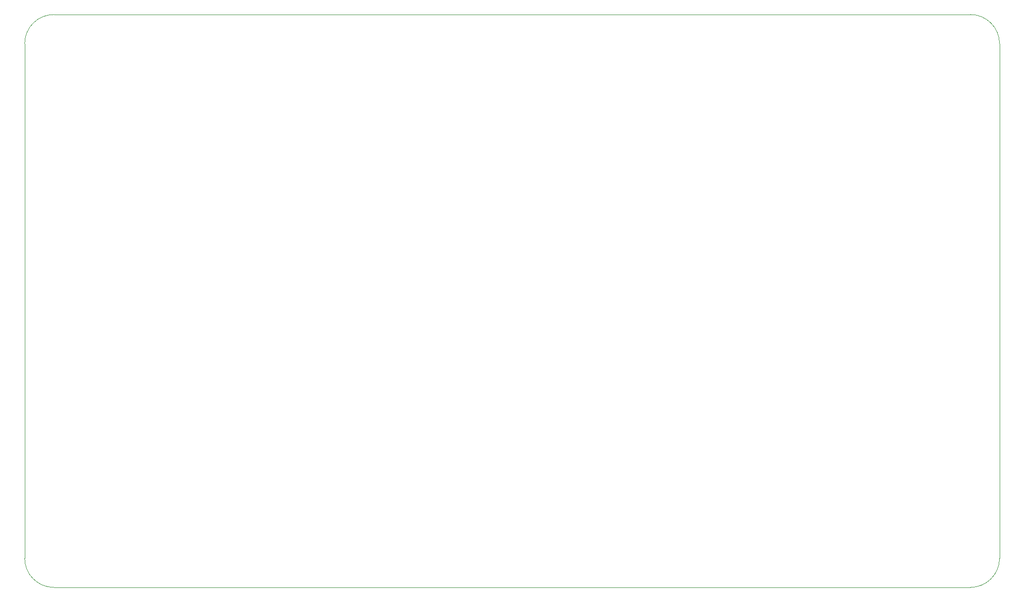
<source format=gbr>
%TF.GenerationSoftware,KiCad,Pcbnew,6.0.4+dfsg-1+b1*%
%TF.CreationDate,2022-05-07T15:32:52+10:00*%
%TF.ProjectId,65816-computer,36353831-362d-4636-9f6d-70757465722e,rev?*%
%TF.SameCoordinates,Original*%
%TF.FileFunction,Profile,NP*%
%FSLAX46Y46*%
G04 Gerber Fmt 4.6, Leading zero omitted, Abs format (unit mm)*
G04 Created by KiCad (PCBNEW 6.0.4+dfsg-1+b1) date 2022-05-07 15:32:52*
%MOMM*%
%LPD*%
G01*
G04 APERTURE LIST*
%TA.AperFunction,Profile*%
%ADD10C,0.100000*%
%TD*%
G04 APERTURE END LIST*
D10*
X237998000Y-44958000D02*
G75*
G03*
X232918000Y-39878000I-5080000J0D01*
G01*
X232918000Y-139700000D02*
G75*
G03*
X237998000Y-134620000I0J5080000D01*
G01*
X73406000Y-39878000D02*
X232918000Y-39878000D01*
X68326000Y-134620000D02*
G75*
G03*
X73406000Y-139700000I5080000J0D01*
G01*
X232918000Y-139700000D02*
X73406000Y-139700000D01*
X237998000Y-44958000D02*
X237998000Y-134620000D01*
X68326000Y-134620000D02*
X68326000Y-44958000D01*
X73406000Y-39878000D02*
G75*
G03*
X68326000Y-44958000I0J-5080000D01*
G01*
M02*

</source>
